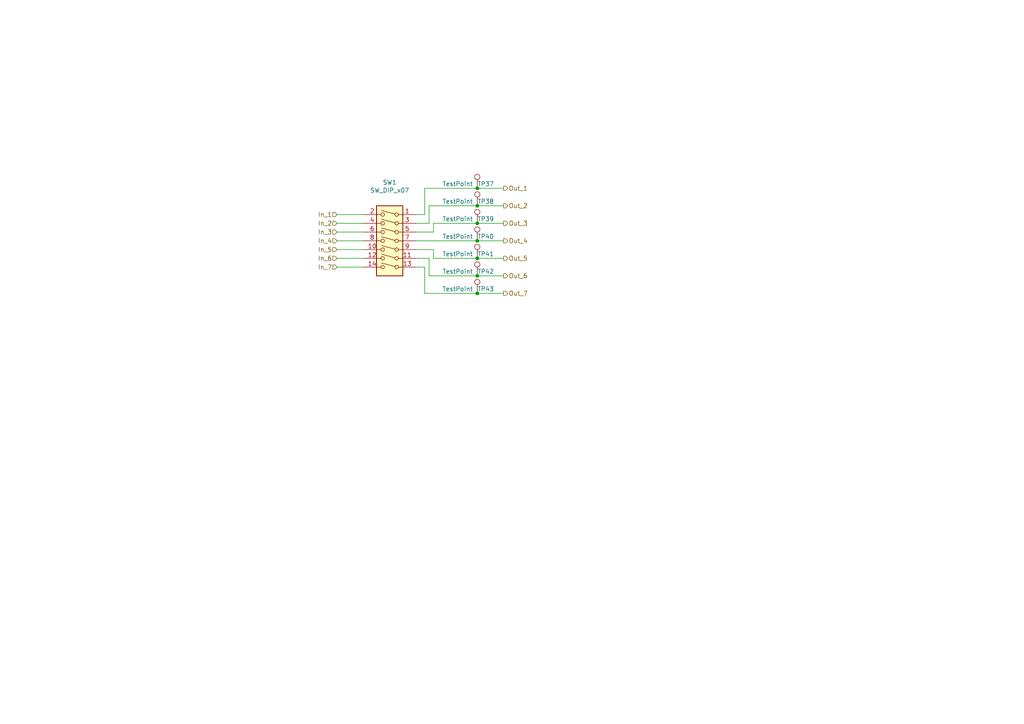
<source format=kicad_sch>
(kicad_sch (version 20231120) (generator "eeschema") (generator_version "8.0")
  (paper "A4")
  (lib_symbols
    (symbol "Connector:TestPoint" (pin_numbers hide) (pin_names (offset 0.762) hide)
      (property "Reference" "TP" (at 0 6.858 0))
      (property "Value" "TestPoint" (at 0 5.08 0))
      (symbol "TestPoint_0_1"
        (circle (center 0 3.302) (radius 0.762))
      )
      (symbol "TestPoint_1_1"
        (pin passive line (at 0 0 90) (length 2.54) (name "1") (number "1"))
      )
    )
    (symbol "Switch:SW_DIP_x07" (pin_names (offset 0) hide)
      (property "Reference" "SW1" (at 0 16.9418 0))
      (property "Value" "SW_DIP_x07" (at 0 14.6304 0))
      (symbol "SW_DIP_x07_0_0"
        (circle (center -2.032 -7.62) (radius 0.508))
        (circle (center -2.032 -5.08) (radius 0.508))
        (circle (center -2.032 -2.54) (radius 0.508))
        (circle (center -2.032 0) (radius 0.508))
        (circle (center -2.032 2.54) (radius 0.508))
        (circle (center -2.032 5.08) (radius 0.508))
        (circle (center -2.032 7.62) (radius 0.508))
        (polyline (pts (xy -1.524 -7.4676) (xy 2.3622 -6.4262)))
        (polyline (pts (xy -1.524 -4.9276) (xy 2.3622 -3.8862)))
        (polyline (pts (xy -1.524 -2.413) (xy 2.3622 -1.3716)))
        (polyline (pts (xy -1.524 0.127) (xy 2.3622 1.1684)))
        (polyline (pts (xy -1.524 2.667) (xy 2.3622 3.7084)))
        (polyline (pts (xy -1.524 5.207) (xy 2.3622 6.2484)))
        (polyline (pts (xy -1.524 7.747) (xy 2.3622 8.7884)))
        (circle (center 2.032 -7.62) (radius 0.508))
        (circle (center 2.032 -5.08) (radius 0.508))
        (circle (center 2.032 -2.54) (radius 0.508))
        (circle (center 2.032 0) (radius 0.508))
        (circle (center 2.032 2.54) (radius 0.508))
        (circle (center 2.032 5.08) (radius 0.508))
        (circle (center 2.032 7.62) (radius 0.508))
      )
      (symbol "SW_DIP_x07_0_1"
        (rectangle (start -3.81 10.16) (end 3.81 -10.16) (stroke (width 0.254)) (fill (type background)))
      )
      (symbol "SW_DIP_x07_1_1"
        (pin passive line (at -7.62 7.62 0) (length 5.08) (name "~") (number "1"))
        (pin passive line (at 7.62 -2.54 180) (length 5.08) (name "~") (number "10"))
        (pin passive line (at -7.62 -5.08 0) (length 5.08) (name "~") (number "11"))
        (pin passive line (at 7.62 -5.08 180) (length 5.08) (name "~") (number "12"))
        (pin passive line (at -7.62 -7.62 0) (length 5.08) (name "~") (number "13"))
        (pin passive line (at 7.62 -7.62 180) (length 5.08) (name "~") (number "14"))
        (pin passive line (at 7.62 7.62 180) (length 5.08) (name "~") (number "2"))
        (pin passive line (at -7.62 5.08 0) (length 5.08) (name "~") (number "3"))
        (pin passive line (at 7.62 5.08 180) (length 5.08) (name "~") (number "4"))
        (pin passive line (at -7.62 2.54 0) (length 5.08) (name "~") (number "5"))
        (pin passive line (at 7.62 2.54 180) (length 5.08) (name "~") (number "6"))
        (pin passive line (at -7.62 0 0) (length 5.08) (name "~") (number "7"))
        (pin passive line (at 7.62 0 180) (length 5.08) (name "~") (number "8"))
        (pin passive line (at -7.62 -2.54 0) (length 5.08) (name "~") (number "9"))
      )
    )
  )
  (junction (at 138.43 64.77))
  (junction (at 138.43 80.01))
  (junction (at 138.43 54.61))
  (junction (at 138.43 74.93))
  (junction (at 138.43 85.09))
  (junction (at 138.43 59.69))
  (junction (at 138.43 69.85))
  (wire (pts (xy 120.65 64.77) (xy 124.46 64.77)))
  (wire (pts (xy 138.43 54.61) (xy 146.05 54.61)))
  (wire (pts (xy 125.73 64.77) (xy 138.43 64.77)))
  (wire (pts (xy 97.79 69.85) (xy 105.41 69.85)))
  (wire (pts (xy 124.46 80.01) (xy 138.43 80.01)))
  (wire (pts (xy 138.43 85.09) (xy 146.05 85.09)))
  (wire (pts (xy 120.65 74.93) (xy 124.46 74.93)))
  (wire (pts (xy 97.79 72.39) (xy 105.41 72.39)))
  (wire (pts (xy 124.46 74.93) (xy 124.46 80.01)))
  (wire (pts (xy 120.65 62.23) (xy 123.19 62.23)))
  (wire (pts (xy 138.43 59.69) (xy 146.05 59.69)))
  (wire (pts (xy 125.73 67.31) (xy 120.65 67.31)))
  (wire (pts (xy 97.79 67.31) (xy 105.41 67.31)))
  (wire (pts (xy 125.73 64.77) (xy 125.73 67.31)))
  (wire (pts (xy 123.19 85.09) (xy 138.43 85.09)))
  (wire (pts (xy 97.79 77.47) (xy 105.41 77.47)))
  (wire (pts (xy 120.65 72.39) (xy 125.73 72.39)))
  (wire (pts (xy 120.65 69.85) (xy 138.43 69.85)))
  (wire (pts (xy 125.73 74.93) (xy 138.43 74.93)))
  (wire (pts (xy 97.79 74.93) (xy 105.41 74.93)))
  (wire (pts (xy 125.73 72.39) (xy 125.73 74.93)))
  (wire (pts (xy 138.43 80.01) (xy 146.05 80.01)))
  (wire (pts (xy 124.46 64.77) (xy 124.46 59.69)))
  (wire (pts (xy 120.65 77.47) (xy 123.19 77.47)))
  (wire (pts (xy 124.46 59.69) (xy 138.43 59.69)))
  (wire (pts (xy 123.19 54.61) (xy 138.43 54.61)))
  (wire (pts (xy 97.79 64.77) (xy 105.41 64.77)))
  (wire (pts (xy 138.43 69.85) (xy 146.05 69.85)))
  (wire (pts (xy 138.43 64.77) (xy 146.05 64.77)))
  (wire (pts (xy 138.43 74.93) (xy 146.05 74.93)))
  (wire (pts (xy 123.19 77.47) (xy 123.19 85.09)))
  (wire (pts (xy 123.19 54.61) (xy 123.19 62.23)))
  (wire (pts (xy 97.79 62.23) (xy 105.41 62.23)))
  (hierarchical_label "In_2" (shape input) (at 97.79 64.77 180))
  (hierarchical_label "In_4" (shape input) (at 97.79 69.85 180))
  (hierarchical_label "In_5" (shape input) (at 97.79 72.39 180))
  (hierarchical_label "Out_7" (shape output) (at 146.05 85.09 0))
  (hierarchical_label "In_3" (shape input) (at 97.79 67.31 180))
  (hierarchical_label "In_7" (shape input) (at 97.79 77.47 180))
  (hierarchical_label "In_6" (shape input) (at 97.79 74.93 180))
  (hierarchical_label "Out_5" (shape output) (at 146.05 74.93 0))
  (hierarchical_label "Out_3" (shape output) (at 146.05 64.77 0))
  (hierarchical_label "Out_4" (shape output) (at 146.05 69.85 0))
  (hierarchical_label "Out_6" (shape output) (at 146.05 80.01 0))
  (hierarchical_label "In_1" (shape input) (at 97.79 62.23 180))
  (hierarchical_label "Out_2" (shape output) (at 146.05 59.69 0))
  (hierarchical_label "Out_1" (shape output) (at 146.05 54.61 0))
  (symbol (lib_id "Connector:TestPoint") (at 138.43 54.61 0) (unit 1)
    (property "Reference" "TP37" (at 138.43 53.34 0) (effects (justify left)))
    (property "Value" "TestPoint" (at 128.27 53.34 0) (effects (justify left)))
    (property "Footprint" "TestPoint:TestPoint_Keystone_5005-5009_Compact" (effects (hide yes)))
    (property "Description" "test point" (effects (hide yes)))
    (instances (project "BPS_Scrutineering" (path "" (reference "TP37") (unit 1)) (path "" (reference "TP44") (unit 1)) (path "" (reference "TP51") (unit 1)) (path "" (reference "TP58") (unit 1)) (path "" (reference "TP65") (unit 1)) (path "" (reference "TP72") (unit 1))))
  )
  (symbol (lib_id "Connector:TestPoint") (at 138.43 64.77 0) (unit 1)
    (property "Reference" "TP39" (at 138.43 63.5 0) (effects (justify left)))
    (property "Value" "TestPoint" (at 128.27 63.5 0) (effects (justify left)))
    (property "Footprint" "TestPoint:TestPoint_Keystone_5005-5009_Compact" (effects (hide yes)))
    (property "Description" "test point" (effects (hide yes)))
    (instances (project "BPS_Scrutineering" (path "" (reference "TP39") (unit 1)) (path "" (reference "TP46") (unit 1)) (path "" (reference "TP53") (unit 1)) (path "" (reference "TP60") (unit 1)) (path "" (reference "TP67") (unit 1)) (path "" (reference "TP74") (unit 1))))
  )
  (symbol (lib_id "Connector:TestPoint") (at 138.43 69.85 0) (unit 1)
    (property "Reference" "TP40" (at 138.43 68.58 0) (effects (justify left)))
    (property "Value" "TestPoint" (at 128.27 68.58 0) (effects (justify left)))
    (property "Footprint" "TestPoint:TestPoint_Keystone_5005-5009_Compact" (effects (hide yes)))
    (property "Description" "test point" (effects (hide yes)))
    (instances (project "BPS_Scrutineering" (path "" (reference "TP40") (unit 1)) (path "" (reference "TP47") (unit 1)) (path "" (reference "TP54") (unit 1)) (path "" (reference "TP61") (unit 1)) (path "" (reference "TP68") (unit 1)) (path "" (reference "TP75") (unit 1))))
  )
  (symbol (lib_id "Switch:SW_DIP_x07") (at 113.03 69.85 0) (mirror y) (unit 1)
    (property "Reference" "SW1" (at 113.03 52.9082 0))
    (property "Value" "SW_DIP_x07" (at 113.03 55.2196 0))
    (property "Footprint" "UTSVT_Special:7switch_module_DS04254207BKSMT" (effects (hide yes)))
    (property "Description" "7x DIP Switch, Single Pole Single Throw (SPST) switch, small symbol" (effects (hide yes)))
    (instances (project "BPS_Scrutineering" (path "" (reference "SW1") (unit 1)) (path "" (reference "SW2") (unit 1)) (path "" (reference "SW3") (unit 1)) (path "" (reference "SW4") (unit 1)) (path "" (reference "SW5") (unit 1)) (path "" (reference "SW6") (unit 1))))
  )
  (symbol (lib_id "Connector:TestPoint") (at 138.43 59.69 0) (unit 1)
    (property "Reference" "TP38" (at 138.43 58.42 0) (effects (justify left)))
    (property "Value" "TestPoint" (at 128.27 58.42 0) (effects (justify left)))
    (property "Footprint" "TestPoint:TestPoint_Keystone_5005-5009_Compact" (effects (hide yes)))
    (property "Description" "test point" (effects (hide yes)))
    (instances (project "BPS_Scrutineering" (path "" (reference "TP38") (unit 1)) (path "" (reference "TP45") (unit 1)) (path "" (reference "TP52") (unit 1)) (path "" (reference "TP59") (unit 1)) (path "" (reference "TP66") (unit 1)) (path "" (reference "TP73") (unit 1))))
  )
  (symbol (lib_id "Connector:TestPoint") (at 138.43 80.01 0) (unit 1)
    (property "Reference" "TP42" (at 138.43 78.74 0) (effects (justify left)))
    (property "Value" "TestPoint" (at 128.27 78.74 0) (effects (justify left)))
    (property "Footprint" "TestPoint:TestPoint_Keystone_5005-5009_Compact" (effects (hide yes)))
    (property "Description" "test point" (effects (hide yes)))
    (instances (project "BPS_Scrutineering" (path "" (reference "TP42") (unit 1)) (path "" (reference "TP49") (unit 1)) (path "" (reference "TP56") (unit 1)) (path "" (reference "TP63") (unit 1)) (path "" (reference "TP70") (unit 1)) (path "" (reference "TP77") (unit 1))))
  )
  (symbol (lib_id "Connector:TestPoint") (at 138.43 85.09 0) (unit 1)
    (property "Reference" "TP43" (at 138.43 83.82 0) (effects (justify left)))
    (property "Value" "TestPoint" (at 128.27 83.82 0) (effects (justify left)))
    (property "Footprint" "TestPoint:TestPoint_Keystone_5005-5009_Compact" (effects (hide yes)))
    (property "Description" "test point" (effects (hide yes)))
    (instances (project "BPS_Scrutineering" (path "" (reference "TP43") (unit 1)) (path "" (reference "TP50") (unit 1)) (path "" (reference "TP57") (unit 1)) (path "" (reference "TP64") (unit 1)) (path "" (reference "TP71") (unit 1)) (path "" (reference "TP78") (unit 1))))
  )
  (symbol (lib_id "Connector:TestPoint") (at 138.43 74.93 0) (unit 1)
    (property "Reference" "TP41" (at 138.43 73.66 0) (effects (justify left)))
    (property "Value" "TestPoint" (at 128.27 73.66 0) (effects (justify left)))
    (property "Footprint" "TestPoint:TestPoint_Keystone_5005-5009_Compact" (effects (hide yes)))
    (property "Description" "test point" (effects (hide yes)))
    (instances (project "BPS_Scrutineering" (path "" (reference "TP41") (unit 1)) (path "" (reference "TP48") (unit 1)) (path "" (reference "TP55") (unit 1)) (path "" (reference "TP62") (unit 1)) (path "" (reference "TP69") (unit 1)) (path "" (reference "TP76") (unit 1))))
  )
)
</source>
